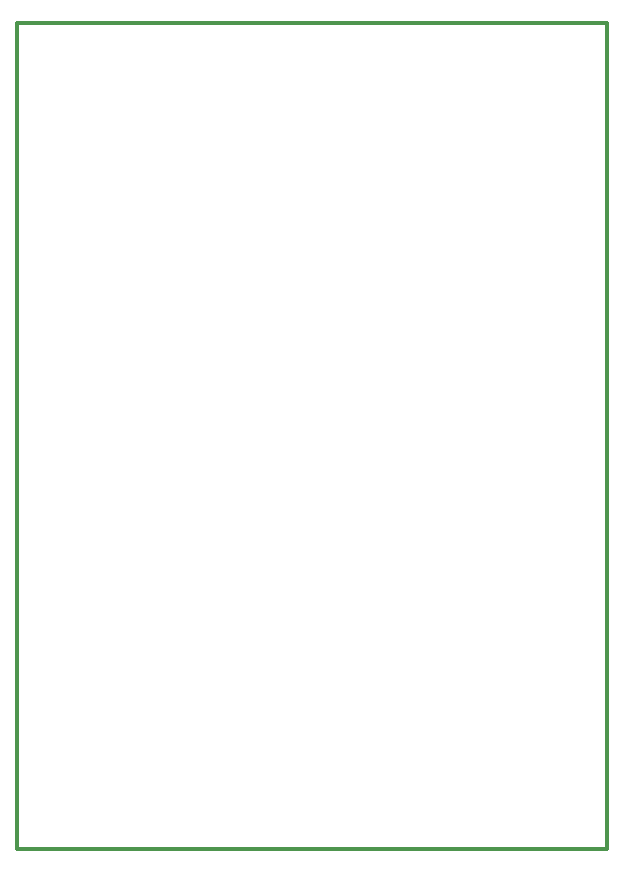
<source format=gko>
G04*
G04 #@! TF.GenerationSoftware,Altium Limited,Altium Designer,21.0.9 (235)*
G04*
G04 Layer_Color=16711935*
%FSTAX24Y24*%
%MOIN*%
G70*
G04*
G04 #@! TF.SameCoordinates,45A28FA0-0FE0-41DF-BFDA-37982D4B71EE*
G04*
G04*
G04 #@! TF.FilePolarity,Positive*
G04*
G01*
G75*
%ADD42C,0.0118*%
D42*
X0303Y044559D02*
X049985D01*
X049985Y017D02*
X049985Y044559D01*
X0303Y017D02*
X049985D01*
X0303D02*
Y044559D01*
M02*

</source>
